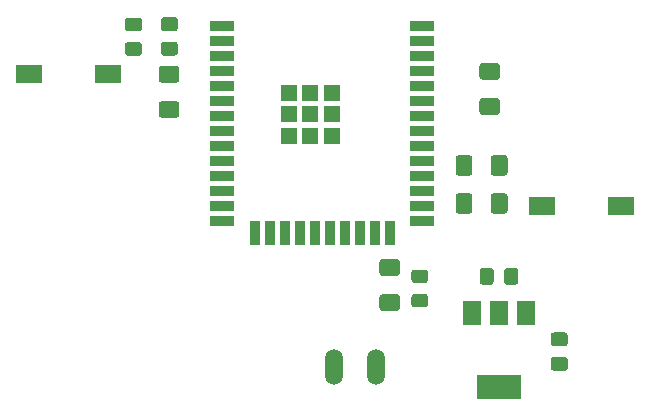
<source format=gtp>
G04 #@! TF.GenerationSoftware,KiCad,Pcbnew,(5.1.7-0-10_14)*
G04 #@! TF.CreationDate,2021-04-09T21:32:17+02:00*
G04 #@! TF.ProjectId,LEDbarPCB,4c454462-6172-4504-9342-2e6b69636164,rev?*
G04 #@! TF.SameCoordinates,Original*
G04 #@! TF.FileFunction,Paste,Top*
G04 #@! TF.FilePolarity,Positive*
%FSLAX46Y46*%
G04 Gerber Fmt 4.6, Leading zero omitted, Abs format (unit mm)*
G04 Created by KiCad (PCBNEW (5.1.7-0-10_14)) date 2021-04-09 21:32:17*
%MOMM*%
%LPD*%
G01*
G04 APERTURE LIST*
%ADD10R,2.000000X0.900000*%
%ADD11R,0.900000X2.000000*%
%ADD12R,1.330000X1.330000*%
%ADD13R,2.300000X1.500000*%
%ADD14R,3.800000X2.000000*%
%ADD15R,1.500000X2.000000*%
%ADD16O,1.506220X3.014980*%
G04 APERTURE END LIST*
D10*
X136702000Y-41160000D03*
X136702000Y-42430000D03*
X136702000Y-43700000D03*
X136702000Y-44970000D03*
X136702000Y-46240000D03*
X136702000Y-47510000D03*
X136702000Y-48780000D03*
X136702000Y-50050000D03*
X136702000Y-51320000D03*
X136702000Y-52590000D03*
X136702000Y-53860000D03*
X136702000Y-55130000D03*
X136702000Y-56400000D03*
X136702000Y-57670000D03*
D11*
X139487000Y-58670000D03*
X140757000Y-58670000D03*
X142027000Y-58670000D03*
X143297000Y-58670000D03*
X144567000Y-58670000D03*
X145837000Y-58670000D03*
X147107000Y-58670000D03*
X148377000Y-58670000D03*
X149647000Y-58670000D03*
X150917000Y-58670000D03*
D10*
X153702000Y-57670000D03*
X153702000Y-56400000D03*
X153702000Y-55130000D03*
X153702000Y-53860000D03*
X153702000Y-52590000D03*
X153702000Y-51320000D03*
X153702000Y-50050000D03*
X153702000Y-48780000D03*
X153702000Y-47510000D03*
X153702000Y-46240000D03*
X153702000Y-44970000D03*
X153702000Y-43700000D03*
X153702000Y-42430000D03*
X153702000Y-41160000D03*
D12*
X142367000Y-46825000D03*
X144202000Y-46825000D03*
X146037000Y-46825000D03*
X142367000Y-48660000D03*
X144202000Y-48660000D03*
X146037000Y-48660000D03*
X142367000Y-50495000D03*
X144202000Y-50495000D03*
X146037000Y-50495000D03*
G36*
G01*
X160633500Y-62847725D02*
X160633500Y-61898275D01*
G75*
G02*
X160883775Y-61648000I250275J0D01*
G01*
X161558225Y-61648000D01*
G75*
G02*
X161808500Y-61898275I0J-250275D01*
G01*
X161808500Y-62847725D01*
G75*
G02*
X161558225Y-63098000I-250275J0D01*
G01*
X160883775Y-63098000D01*
G75*
G02*
X160633500Y-62847725I0J250275D01*
G01*
G37*
G36*
G01*
X158558500Y-62848000D02*
X158558500Y-61898000D01*
G75*
G02*
X158808500Y-61648000I250000J0D01*
G01*
X159483500Y-61648000D01*
G75*
G02*
X159733500Y-61898000I0J-250000D01*
G01*
X159733500Y-62848000D01*
G75*
G02*
X159483500Y-63098000I-250000J0D01*
G01*
X158808500Y-63098000D01*
G75*
G02*
X158558500Y-62848000I0J250000D01*
G01*
G37*
G36*
G01*
X132759000Y-43681000D02*
X131809000Y-43681000D01*
G75*
G02*
X131559000Y-43431000I0J250000D01*
G01*
X131559000Y-42756000D01*
G75*
G02*
X131809000Y-42506000I250000J0D01*
G01*
X132759000Y-42506000D01*
G75*
G02*
X133009000Y-42756000I0J-250000D01*
G01*
X133009000Y-43431000D01*
G75*
G02*
X132759000Y-43681000I-250000J0D01*
G01*
G37*
G36*
G01*
X132758725Y-41606000D02*
X131809275Y-41606000D01*
G75*
G02*
X131559000Y-41355725I0J250275D01*
G01*
X131559000Y-40681275D01*
G75*
G02*
X131809275Y-40431000I250275J0D01*
G01*
X132758725Y-40431000D01*
G75*
G02*
X133009000Y-40681275I0J-250275D01*
G01*
X133009000Y-41355725D01*
G75*
G02*
X132758725Y-41606000I-250275J0D01*
G01*
G37*
G36*
G01*
X165759725Y-68294500D02*
X164810275Y-68294500D01*
G75*
G02*
X164560000Y-68044225I0J250275D01*
G01*
X164560000Y-67369775D01*
G75*
G02*
X164810275Y-67119500I250275J0D01*
G01*
X165759725Y-67119500D01*
G75*
G02*
X166010000Y-67369775I0J-250275D01*
G01*
X166010000Y-68044225D01*
G75*
G02*
X165759725Y-68294500I-250275J0D01*
G01*
G37*
G36*
G01*
X165760000Y-70369500D02*
X164810000Y-70369500D01*
G75*
G02*
X164560000Y-70119500I0J250000D01*
G01*
X164560000Y-69444500D01*
G75*
G02*
X164810000Y-69194500I250000J0D01*
G01*
X165760000Y-69194500D01*
G75*
G02*
X166010000Y-69444500I0J-250000D01*
G01*
X166010000Y-70119500D01*
G75*
G02*
X165760000Y-70369500I-250000J0D01*
G01*
G37*
G36*
G01*
X129711000Y-43702500D02*
X128761000Y-43702500D01*
G75*
G02*
X128511000Y-43452500I0J250000D01*
G01*
X128511000Y-42777500D01*
G75*
G02*
X128761000Y-42527500I250000J0D01*
G01*
X129711000Y-42527500D01*
G75*
G02*
X129961000Y-42777500I0J-250000D01*
G01*
X129961000Y-43452500D01*
G75*
G02*
X129711000Y-43702500I-250000J0D01*
G01*
G37*
G36*
G01*
X129710725Y-41627500D02*
X128761275Y-41627500D01*
G75*
G02*
X128511000Y-41377225I0J250275D01*
G01*
X128511000Y-40702775D01*
G75*
G02*
X128761275Y-40452500I250275J0D01*
G01*
X129710725Y-40452500D01*
G75*
G02*
X129961000Y-40702775I0J-250275D01*
G01*
X129961000Y-41377225D01*
G75*
G02*
X129710725Y-41627500I-250275J0D01*
G01*
G37*
G36*
G01*
X153022550Y-61792000D02*
X153923450Y-61792000D01*
G75*
G02*
X154173000Y-62041550I0J-249550D01*
G01*
X154173000Y-62692450D01*
G75*
G02*
X153923450Y-62942000I-249550J0D01*
G01*
X153022550Y-62942000D01*
G75*
G02*
X152773000Y-62692450I0J249550D01*
G01*
X152773000Y-62041550D01*
G75*
G02*
X153022550Y-61792000I249550J0D01*
G01*
G37*
G36*
G01*
X153022999Y-63842000D02*
X153923001Y-63842000D01*
G75*
G02*
X154173000Y-64091999I0J-249999D01*
G01*
X154173000Y-64742001D01*
G75*
G02*
X153923001Y-64992000I-249999J0D01*
G01*
X153022999Y-64992000D01*
G75*
G02*
X152773000Y-64742001I0J249999D01*
G01*
X152773000Y-64091999D01*
G75*
G02*
X153022999Y-63842000I249999J0D01*
G01*
G37*
G36*
G01*
X160025000Y-45725000D02*
X158775000Y-45725000D01*
G75*
G02*
X158525000Y-45475000I0J250000D01*
G01*
X158525000Y-44550000D01*
G75*
G02*
X158775000Y-44300000I250000J0D01*
G01*
X160025000Y-44300000D01*
G75*
G02*
X160275000Y-44550000I0J-250000D01*
G01*
X160275000Y-45475000D01*
G75*
G02*
X160025000Y-45725000I-250000J0D01*
G01*
G37*
G36*
G01*
X160025000Y-48700000D02*
X158775000Y-48700000D01*
G75*
G02*
X158525000Y-48450000I0J250000D01*
G01*
X158525000Y-47525000D01*
G75*
G02*
X158775000Y-47275000I250000J0D01*
G01*
X160025000Y-47275000D01*
G75*
G02*
X160275000Y-47525000I0J-250000D01*
G01*
X160275000Y-48450000D01*
G75*
G02*
X160025000Y-48700000I-250000J0D01*
G01*
G37*
G36*
G01*
X131625000Y-44550000D02*
X132875000Y-44550000D01*
G75*
G02*
X133125000Y-44800000I0J-250000D01*
G01*
X133125000Y-45725000D01*
G75*
G02*
X132875000Y-45975000I-250000J0D01*
G01*
X131625000Y-45975000D01*
G75*
G02*
X131375000Y-45725000I0J250000D01*
G01*
X131375000Y-44800000D01*
G75*
G02*
X131625000Y-44550000I250000J0D01*
G01*
G37*
G36*
G01*
X131625000Y-47525000D02*
X132875000Y-47525000D01*
G75*
G02*
X133125000Y-47775000I0J-250000D01*
G01*
X133125000Y-48700000D01*
G75*
G02*
X132875000Y-48950000I-250000J0D01*
G01*
X131625000Y-48950000D01*
G75*
G02*
X131375000Y-48700000I0J250000D01*
G01*
X131375000Y-47775000D01*
G75*
G02*
X131625000Y-47525000I250000J0D01*
G01*
G37*
G36*
G01*
X151558000Y-65301500D02*
X150308000Y-65301500D01*
G75*
G02*
X150058000Y-65051500I0J250000D01*
G01*
X150058000Y-64126500D01*
G75*
G02*
X150308000Y-63876500I250000J0D01*
G01*
X151558000Y-63876500D01*
G75*
G02*
X151808000Y-64126500I0J-250000D01*
G01*
X151808000Y-65051500D01*
G75*
G02*
X151558000Y-65301500I-250000J0D01*
G01*
G37*
G36*
G01*
X151558000Y-62326500D02*
X150308000Y-62326500D01*
G75*
G02*
X150058000Y-62076500I0J250000D01*
G01*
X150058000Y-61151500D01*
G75*
G02*
X150308000Y-60901500I250000J0D01*
G01*
X151558000Y-60901500D01*
G75*
G02*
X151808000Y-61151500I0J-250000D01*
G01*
X151808000Y-62076500D01*
G75*
G02*
X151558000Y-62326500I-250000J0D01*
G01*
G37*
G36*
G01*
X159491500Y-53603000D02*
X159491500Y-52353000D01*
G75*
G02*
X159741500Y-52103000I250000J0D01*
G01*
X160666500Y-52103000D01*
G75*
G02*
X160916500Y-52353000I0J-250000D01*
G01*
X160916500Y-53603000D01*
G75*
G02*
X160666500Y-53853000I-250000J0D01*
G01*
X159741500Y-53853000D01*
G75*
G02*
X159491500Y-53603000I0J250000D01*
G01*
G37*
G36*
G01*
X156516500Y-53603000D02*
X156516500Y-52353000D01*
G75*
G02*
X156766500Y-52103000I250000J0D01*
G01*
X157691500Y-52103000D01*
G75*
G02*
X157941500Y-52353000I0J-250000D01*
G01*
X157941500Y-53603000D01*
G75*
G02*
X157691500Y-53853000I-250000J0D01*
G01*
X156766500Y-53853000D01*
G75*
G02*
X156516500Y-53603000I0J250000D01*
G01*
G37*
G36*
G01*
X157937500Y-55575000D02*
X157937500Y-56825000D01*
G75*
G02*
X157687500Y-57075000I-250000J0D01*
G01*
X156762500Y-57075000D01*
G75*
G02*
X156512500Y-56825000I0J250000D01*
G01*
X156512500Y-55575000D01*
G75*
G02*
X156762500Y-55325000I250000J0D01*
G01*
X157687500Y-55325000D01*
G75*
G02*
X157937500Y-55575000I0J-250000D01*
G01*
G37*
G36*
G01*
X160912500Y-55575000D02*
X160912500Y-56825000D01*
G75*
G02*
X160662500Y-57075000I-250000J0D01*
G01*
X159737500Y-57075000D01*
G75*
G02*
X159487500Y-56825000I0J250000D01*
G01*
X159487500Y-55575000D01*
G75*
G02*
X159737500Y-55325000I250000J0D01*
G01*
X160662500Y-55325000D01*
G75*
G02*
X160912500Y-55575000I0J-250000D01*
G01*
G37*
D13*
X127100000Y-45250000D03*
X120400000Y-45250000D03*
X163850000Y-56400000D03*
X170550000Y-56400000D03*
D14*
X160205000Y-71771000D03*
D15*
X160205000Y-65471000D03*
X157905000Y-65471000D03*
X162505000Y-65471000D03*
D16*
X146252480Y-70000000D03*
X149747520Y-70000000D03*
M02*

</source>
